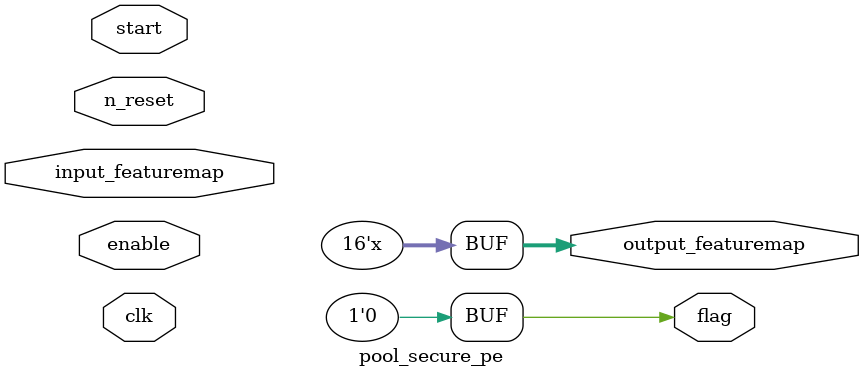
<source format=sv>
module pool_secure_pe(input logic signed [15:0] input_featuremap,
					input logic clk,n_reset,start,enable,
					output logic signed [15:0] output_featuremap,
					output logic flag);
					
reg signed [15:0] max_value_1;
reg signed [15:0] max_value_2;
reg [2:0] counter_1=3'b0;
reg [2:0] counter_2=3'b0;
always_ff@(posedge clk, negedge n_reset)
	begin
		if(!n_reset)
			begin
				max_value_1<='0;
				max_value_2<='0;
				counter_1<=3'b0;
				counter_2<=3'b0;
			end
		else
			begin
				if(start==1)
					begin
					if(counter==4)
						begin
							counter<=0;
							max_value<=input_featuremap;
						end
					else
						begin
							if(enable==1)
								begin
									counter<=counter+1'b1;
										if (max_value<=input_featuremap)
											begin
												max_value<=input_featuremap;
											end
										else 
											begin
												max_value<=max_value;
											end
								end
							else
								begin
									counter<=counter;
									max_value<=max_value;
								end
						end
					end
				else					
					begin
						max_value_1<='0;
						max_value_2<='0;
						counter_1<=3'b0;
						counter_2<=3'b0;
					end						
			end
	end
always_comb
	begin
		if(counter==4)
			begin
				flag='1;
				output_featuremap=max_value;
			end
		else
			begin
				flag='0;
				output_featuremap='z;
			end
	end
endmodule			
</source>
